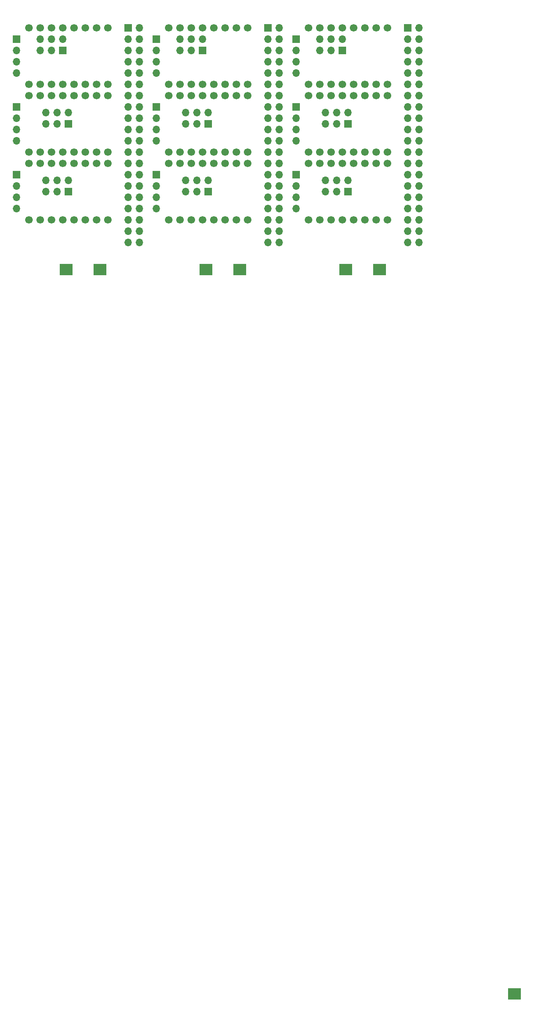
<source format=gbr>
%TF.GenerationSoftware,KiCad,Pcbnew,(5.1.10)-1*%
%TF.CreationDate,2022-04-18T12:48:46-04:00*%
%TF.ProjectId,blinds 2.0 Panel,626c696e-6473-4203-922e-302050616e65,rev?*%
%TF.SameCoordinates,Original*%
%TF.FileFunction,Soldermask,Bot*%
%TF.FilePolarity,Negative*%
%FSLAX46Y46*%
G04 Gerber Fmt 4.6, Leading zero omitted, Abs format (unit mm)*
G04 Created by KiCad (PCBNEW (5.1.10)-1) date 2022-04-18 12:48:46*
%MOMM*%
%LPD*%
G01*
G04 APERTURE LIST*
%ADD10C,1.700000*%
%ADD11O,1.700000X1.700000*%
%ADD12R,1.700000X1.700000*%
%ADD13R,3.000000X2.600000*%
G04 APERTURE END LIST*
D10*
%TO.C,U3*%
X231449880Y-104475280D03*
X228909880Y-104475280D03*
X226369880Y-104475280D03*
X223829880Y-104475280D03*
X221289880Y-104475280D03*
X218749880Y-104475280D03*
X216209880Y-104475280D03*
X213669880Y-104475280D03*
X213669880Y-117175280D03*
X216209880Y-117175280D03*
X218749880Y-117175280D03*
X221289880Y-117175280D03*
X223829880Y-117175280D03*
X226369880Y-117175280D03*
X228909880Y-117175280D03*
X231449880Y-117175280D03*
%TD*%
D11*
%TO.C,J7*%
X217479880Y-108285280D03*
X217479880Y-110825280D03*
X220019880Y-108285280D03*
X220019880Y-110825280D03*
X222559880Y-108285280D03*
D12*
X222559880Y-110825280D03*
%TD*%
%TO.C,J4*%
X210875880Y-91775280D03*
D11*
X210875880Y-94315280D03*
X210875880Y-96855280D03*
X210875880Y-99395280D03*
%TD*%
D12*
%TO.C,J6*%
X210875880Y-107015280D03*
D11*
X210875880Y-109555280D03*
X210875880Y-112095280D03*
X210875880Y-114635280D03*
%TD*%
D10*
%TO.C,U2*%
X231449880Y-101935280D03*
X228909880Y-101935280D03*
X226369880Y-101935280D03*
X223829880Y-101935280D03*
X221289880Y-101935280D03*
X218749880Y-101935280D03*
X216209880Y-101935280D03*
X213669880Y-101935280D03*
X213669880Y-89235280D03*
X216209880Y-89235280D03*
X218749880Y-89235280D03*
X221289880Y-89235280D03*
X223829880Y-89235280D03*
X226369880Y-89235280D03*
X228909880Y-89235280D03*
X231449880Y-89235280D03*
%TD*%
D11*
%TO.C,J5*%
X217479880Y-93045280D03*
X217479880Y-95585280D03*
X220019880Y-93045280D03*
X220019880Y-95585280D03*
X222559880Y-93045280D03*
D12*
X222559880Y-95585280D03*
%TD*%
%TO.C,J1*%
X236021880Y-73995280D03*
D11*
X238561880Y-73995280D03*
X236021880Y-76535280D03*
X238561880Y-76535280D03*
X236021880Y-79075280D03*
X238561880Y-79075280D03*
X236021880Y-81615280D03*
X238561880Y-81615280D03*
X236021880Y-84155280D03*
X238561880Y-84155280D03*
X236021880Y-86695280D03*
X238561880Y-86695280D03*
X236021880Y-89235280D03*
X238561880Y-89235280D03*
X236021880Y-91775280D03*
X238561880Y-91775280D03*
X236021880Y-94315280D03*
X238561880Y-94315280D03*
X236021880Y-96855280D03*
X238561880Y-96855280D03*
X236021880Y-99395280D03*
X238561880Y-99395280D03*
X236021880Y-101935280D03*
X238561880Y-101935280D03*
X236021880Y-104475280D03*
X238561880Y-104475280D03*
X236021880Y-107015280D03*
X238561880Y-107015280D03*
X236021880Y-109555280D03*
X238561880Y-109555280D03*
X236021880Y-112095280D03*
X238561880Y-112095280D03*
X236021880Y-114635280D03*
X238561880Y-114635280D03*
X236021880Y-117175280D03*
X238561880Y-117175280D03*
X236021880Y-119715280D03*
X238561880Y-119715280D03*
X236021880Y-122255280D03*
X238561880Y-122255280D03*
%TD*%
%TO.C,J3*%
X216209880Y-76535280D03*
X216209880Y-79075280D03*
X218749880Y-76535280D03*
X218749880Y-79075280D03*
X221289880Y-76535280D03*
D12*
X221289880Y-79075280D03*
%TD*%
%TO.C,J2*%
X210875880Y-76535280D03*
D11*
X210875880Y-79075280D03*
X210875880Y-81615280D03*
X210875880Y-84155280D03*
%TD*%
D13*
%TO.C,12V*%
X229671880Y-128351280D03*
%TD*%
%TO.C,GND*%
X222051880Y-128351280D03*
%TD*%
D10*
%TO.C,U1*%
X231449880Y-73995280D03*
X228909880Y-73995280D03*
X226369880Y-73995280D03*
X223829880Y-73995280D03*
X221289880Y-73995280D03*
X218749880Y-73995280D03*
X216209880Y-73995280D03*
X213669880Y-73995280D03*
X213669880Y-86695280D03*
X216209880Y-86695280D03*
X218749880Y-86695280D03*
X221289880Y-86695280D03*
X223829880Y-86695280D03*
X226369880Y-86695280D03*
X228909880Y-86695280D03*
X231449880Y-86695280D03*
%TD*%
%TO.C,U3*%
X199953880Y-104475280D03*
X197413880Y-104475280D03*
X194873880Y-104475280D03*
X192333880Y-104475280D03*
X189793880Y-104475280D03*
X187253880Y-104475280D03*
X184713880Y-104475280D03*
X182173880Y-104475280D03*
X182173880Y-117175280D03*
X184713880Y-117175280D03*
X187253880Y-117175280D03*
X189793880Y-117175280D03*
X192333880Y-117175280D03*
X194873880Y-117175280D03*
X197413880Y-117175280D03*
X199953880Y-117175280D03*
%TD*%
D11*
%TO.C,J7*%
X185983880Y-108285280D03*
X185983880Y-110825280D03*
X188523880Y-108285280D03*
X188523880Y-110825280D03*
X191063880Y-108285280D03*
D12*
X191063880Y-110825280D03*
%TD*%
%TO.C,J4*%
X179379880Y-91775280D03*
D11*
X179379880Y-94315280D03*
X179379880Y-96855280D03*
X179379880Y-99395280D03*
%TD*%
D12*
%TO.C,J6*%
X179379880Y-107015280D03*
D11*
X179379880Y-109555280D03*
X179379880Y-112095280D03*
X179379880Y-114635280D03*
%TD*%
D10*
%TO.C,U2*%
X199953880Y-101935280D03*
X197413880Y-101935280D03*
X194873880Y-101935280D03*
X192333880Y-101935280D03*
X189793880Y-101935280D03*
X187253880Y-101935280D03*
X184713880Y-101935280D03*
X182173880Y-101935280D03*
X182173880Y-89235280D03*
X184713880Y-89235280D03*
X187253880Y-89235280D03*
X189793880Y-89235280D03*
X192333880Y-89235280D03*
X194873880Y-89235280D03*
X197413880Y-89235280D03*
X199953880Y-89235280D03*
%TD*%
D11*
%TO.C,J5*%
X185983880Y-93045280D03*
X185983880Y-95585280D03*
X188523880Y-93045280D03*
X188523880Y-95585280D03*
X191063880Y-93045280D03*
D12*
X191063880Y-95585280D03*
%TD*%
%TO.C,J1*%
X204525880Y-73995280D03*
D11*
X207065880Y-73995280D03*
X204525880Y-76535280D03*
X207065880Y-76535280D03*
X204525880Y-79075280D03*
X207065880Y-79075280D03*
X204525880Y-81615280D03*
X207065880Y-81615280D03*
X204525880Y-84155280D03*
X207065880Y-84155280D03*
X204525880Y-86695280D03*
X207065880Y-86695280D03*
X204525880Y-89235280D03*
X207065880Y-89235280D03*
X204525880Y-91775280D03*
X207065880Y-91775280D03*
X204525880Y-94315280D03*
X207065880Y-94315280D03*
X204525880Y-96855280D03*
X207065880Y-96855280D03*
X204525880Y-99395280D03*
X207065880Y-99395280D03*
X204525880Y-101935280D03*
X207065880Y-101935280D03*
X204525880Y-104475280D03*
X207065880Y-104475280D03*
X204525880Y-107015280D03*
X207065880Y-107015280D03*
X204525880Y-109555280D03*
X207065880Y-109555280D03*
X204525880Y-112095280D03*
X207065880Y-112095280D03*
X204525880Y-114635280D03*
X207065880Y-114635280D03*
X204525880Y-117175280D03*
X207065880Y-117175280D03*
X204525880Y-119715280D03*
X207065880Y-119715280D03*
X204525880Y-122255280D03*
X207065880Y-122255280D03*
%TD*%
%TO.C,J3*%
X184713880Y-76535280D03*
X184713880Y-79075280D03*
X187253880Y-76535280D03*
X187253880Y-79075280D03*
X189793880Y-76535280D03*
D12*
X189793880Y-79075280D03*
%TD*%
%TO.C,J2*%
X179379880Y-76535280D03*
D11*
X179379880Y-79075280D03*
X179379880Y-81615280D03*
X179379880Y-84155280D03*
%TD*%
D13*
%TO.C,12V*%
X198175880Y-128351280D03*
%TD*%
%TO.C,GND*%
X190555880Y-128351280D03*
%TD*%
D10*
%TO.C,U1*%
X199953880Y-73995280D03*
X197413880Y-73995280D03*
X194873880Y-73995280D03*
X192333880Y-73995280D03*
X189793880Y-73995280D03*
X187253880Y-73995280D03*
X184713880Y-73995280D03*
X182173880Y-73995280D03*
X182173880Y-86695280D03*
X184713880Y-86695280D03*
X187253880Y-86695280D03*
X189793880Y-86695280D03*
X192333880Y-86695280D03*
X194873880Y-86695280D03*
X197413880Y-86695280D03*
X199953880Y-86695280D03*
%TD*%
D13*
%TO.C,GND*%
X159059880Y-128351280D03*
%TD*%
%TO.C,*%
X260096000Y-291211000D03*
%TD*%
%TO.C,12V*%
X166679880Y-128351280D03*
%TD*%
D11*
%TO.C,J1*%
X175569880Y-122255280D03*
X173029880Y-122255280D03*
X175569880Y-119715280D03*
X173029880Y-119715280D03*
X175569880Y-117175280D03*
X173029880Y-117175280D03*
X175569880Y-114635280D03*
X173029880Y-114635280D03*
X175569880Y-112095280D03*
X173029880Y-112095280D03*
X175569880Y-109555280D03*
X173029880Y-109555280D03*
X175569880Y-107015280D03*
X173029880Y-107015280D03*
X175569880Y-104475280D03*
X173029880Y-104475280D03*
X175569880Y-101935280D03*
X173029880Y-101935280D03*
X175569880Y-99395280D03*
X173029880Y-99395280D03*
X175569880Y-96855280D03*
X173029880Y-96855280D03*
X175569880Y-94315280D03*
X173029880Y-94315280D03*
X175569880Y-91775280D03*
X173029880Y-91775280D03*
X175569880Y-89235280D03*
X173029880Y-89235280D03*
X175569880Y-86695280D03*
X173029880Y-86695280D03*
X175569880Y-84155280D03*
X173029880Y-84155280D03*
X175569880Y-81615280D03*
X173029880Y-81615280D03*
X175569880Y-79075280D03*
X173029880Y-79075280D03*
X175569880Y-76535280D03*
X173029880Y-76535280D03*
X175569880Y-73995280D03*
D12*
X173029880Y-73995280D03*
%TD*%
D10*
%TO.C,U1*%
X168457880Y-86695280D03*
X165917880Y-86695280D03*
X163377880Y-86695280D03*
X160837880Y-86695280D03*
X158297880Y-86695280D03*
X155757880Y-86695280D03*
X153217880Y-86695280D03*
X150677880Y-86695280D03*
X150677880Y-73995280D03*
X153217880Y-73995280D03*
X155757880Y-73995280D03*
X158297880Y-73995280D03*
X160837880Y-73995280D03*
X163377880Y-73995280D03*
X165917880Y-73995280D03*
X168457880Y-73995280D03*
%TD*%
D11*
%TO.C,J2*%
X147883880Y-84155280D03*
X147883880Y-81615280D03*
X147883880Y-79075280D03*
D12*
X147883880Y-76535280D03*
%TD*%
%TO.C,J3*%
X158297880Y-79075280D03*
D11*
X158297880Y-76535280D03*
X155757880Y-79075280D03*
X155757880Y-76535280D03*
X153217880Y-79075280D03*
X153217880Y-76535280D03*
%TD*%
%TO.C,J6*%
X147883880Y-114635280D03*
X147883880Y-112095280D03*
X147883880Y-109555280D03*
D12*
X147883880Y-107015280D03*
%TD*%
%TO.C,J7*%
X159567880Y-110825280D03*
D11*
X159567880Y-108285280D03*
X157027880Y-110825280D03*
X157027880Y-108285280D03*
X154487880Y-110825280D03*
X154487880Y-108285280D03*
%TD*%
D10*
%TO.C,U3*%
X168457880Y-117175280D03*
X165917880Y-117175280D03*
X163377880Y-117175280D03*
X160837880Y-117175280D03*
X158297880Y-117175280D03*
X155757880Y-117175280D03*
X153217880Y-117175280D03*
X150677880Y-117175280D03*
X150677880Y-104475280D03*
X153217880Y-104475280D03*
X155757880Y-104475280D03*
X158297880Y-104475280D03*
X160837880Y-104475280D03*
X163377880Y-104475280D03*
X165917880Y-104475280D03*
X168457880Y-104475280D03*
%TD*%
D11*
%TO.C,J4*%
X147883880Y-99395280D03*
X147883880Y-96855280D03*
X147883880Y-94315280D03*
D12*
X147883880Y-91775280D03*
%TD*%
%TO.C,J5*%
X159567880Y-95585280D03*
D11*
X159567880Y-93045280D03*
X157027880Y-95585280D03*
X157027880Y-93045280D03*
X154487880Y-95585280D03*
X154487880Y-93045280D03*
%TD*%
D10*
%TO.C,U2*%
X168457880Y-89235280D03*
X165917880Y-89235280D03*
X163377880Y-89235280D03*
X160837880Y-89235280D03*
X158297880Y-89235280D03*
X155757880Y-89235280D03*
X153217880Y-89235280D03*
X150677880Y-89235280D03*
X150677880Y-101935280D03*
X153217880Y-101935280D03*
X155757880Y-101935280D03*
X158297880Y-101935280D03*
X160837880Y-101935280D03*
X163377880Y-101935280D03*
X165917880Y-101935280D03*
X168457880Y-101935280D03*
%TD*%
M02*

</source>
